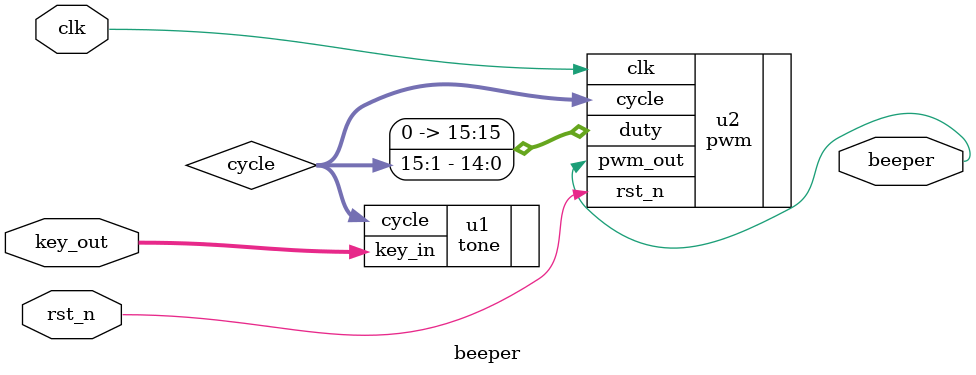
<source format=v>
module beeper(
		input			clk,
		input			rst_n,
		input	[15:0]key_out,
		output		beeper
	);

wire [15:0]	cycle;
//½«°´¼üÐÅÏ¢Òë³ÉÒô½Ú¶ÔÓ¦µÄÖÜÆÚcycleÖµ
tone u1(
		.key_in(key_out),
		.cycle(cycle)
);

//¸ù¾Ý²»Í¬Òô½ÚµÄÖÜÆÚcycleÖµ²úÉú¶ÔÓ¦µÄPWMÐÅºÅ
pwm #(
		.WIDTH(16)			//ensure that 2**WIDTH > cycle
	) u2(
		.clk(clk),
		.rst_n(rst_n),
		.cycle(cycle),		//cycle > duty
		.duty(cycle>>1),	//duty=cycle/2,²úÉú50%Õ¼¿Õ±È
		.pwm_out(beeper)
);
	
endmodule

</source>
